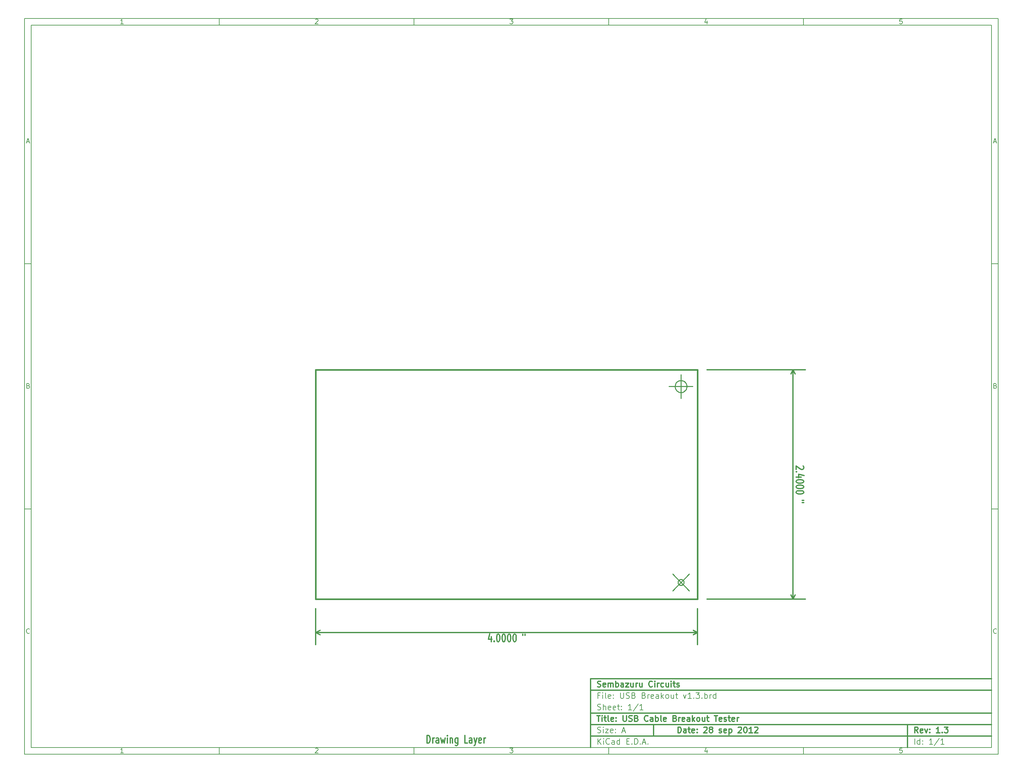
<source format=gbr>
G04 (created by PCBNEW-RS274X (2012-01-19 BZR 3256)-stable) date 28/09/2012 17:59:23*
G01*
G70*
G90*
%MOIN*%
G04 Gerber Fmt 3.4, Leading zero omitted, Abs format*
%FSLAX34Y34*%
G04 APERTURE LIST*
%ADD10C,0.006000*%
%ADD11C,0.012000*%
%ADD12C,0.010000*%
%ADD13C,0.015000*%
G04 APERTURE END LIST*
G54D10*
X-30500Y36750D02*
X71500Y36750D01*
X71500Y-40250D01*
X-30500Y-40250D01*
X-30500Y36750D01*
X-29800Y36050D02*
X70800Y36050D01*
X70800Y-39550D01*
X-29800Y-39550D01*
X-29800Y36050D01*
X-10100Y36750D02*
X-10100Y36050D01*
X-20157Y36198D02*
X-20443Y36198D01*
X-20300Y36198D02*
X-20300Y36698D01*
X-20348Y36626D01*
X-20395Y36579D01*
X-20443Y36555D01*
X-10100Y-40250D02*
X-10100Y-39550D01*
X-20157Y-40102D02*
X-20443Y-40102D01*
X-20300Y-40102D02*
X-20300Y-39602D01*
X-20348Y-39674D01*
X-20395Y-39721D01*
X-20443Y-39745D01*
X10300Y36750D02*
X10300Y36050D01*
X-00043Y36650D02*
X-00019Y36674D01*
X00029Y36698D01*
X00148Y36698D01*
X00195Y36674D01*
X00219Y36650D01*
X00243Y36602D01*
X00243Y36555D01*
X00219Y36483D01*
X-00067Y36198D01*
X00243Y36198D01*
X10300Y-40250D02*
X10300Y-39550D01*
X-00043Y-39650D02*
X-00019Y-39626D01*
X00029Y-39602D01*
X00148Y-39602D01*
X00195Y-39626D01*
X00219Y-39650D01*
X00243Y-39698D01*
X00243Y-39745D01*
X00219Y-39817D01*
X-00067Y-40102D01*
X00243Y-40102D01*
X30700Y36750D02*
X30700Y36050D01*
X20333Y36698D02*
X20643Y36698D01*
X20476Y36507D01*
X20548Y36507D01*
X20595Y36483D01*
X20619Y36460D01*
X20643Y36412D01*
X20643Y36293D01*
X20619Y36245D01*
X20595Y36221D01*
X20548Y36198D01*
X20405Y36198D01*
X20357Y36221D01*
X20333Y36245D01*
X30700Y-40250D02*
X30700Y-39550D01*
X20333Y-39602D02*
X20643Y-39602D01*
X20476Y-39793D01*
X20548Y-39793D01*
X20595Y-39817D01*
X20619Y-39840D01*
X20643Y-39888D01*
X20643Y-40007D01*
X20619Y-40055D01*
X20595Y-40079D01*
X20548Y-40102D01*
X20405Y-40102D01*
X20357Y-40079D01*
X20333Y-40055D01*
X51100Y36750D02*
X51100Y36050D01*
X40995Y36531D02*
X40995Y36198D01*
X40876Y36721D02*
X40757Y36364D01*
X41067Y36364D01*
X51100Y-40250D02*
X51100Y-39550D01*
X40995Y-39769D02*
X40995Y-40102D01*
X40876Y-39579D02*
X40757Y-39936D01*
X41067Y-39936D01*
X61419Y36698D02*
X61181Y36698D01*
X61157Y36460D01*
X61181Y36483D01*
X61229Y36507D01*
X61348Y36507D01*
X61395Y36483D01*
X61419Y36460D01*
X61443Y36412D01*
X61443Y36293D01*
X61419Y36245D01*
X61395Y36221D01*
X61348Y36198D01*
X61229Y36198D01*
X61181Y36221D01*
X61157Y36245D01*
X61419Y-39602D02*
X61181Y-39602D01*
X61157Y-39840D01*
X61181Y-39817D01*
X61229Y-39793D01*
X61348Y-39793D01*
X61395Y-39817D01*
X61419Y-39840D01*
X61443Y-39888D01*
X61443Y-40007D01*
X61419Y-40055D01*
X61395Y-40079D01*
X61348Y-40102D01*
X61229Y-40102D01*
X61181Y-40079D01*
X61157Y-40055D01*
X-30500Y11090D02*
X-29800Y11090D01*
X-30269Y23860D02*
X-30031Y23860D01*
X-30316Y23718D02*
X-30150Y24218D01*
X-29983Y23718D01*
X71500Y11090D02*
X70800Y11090D01*
X71031Y23860D02*
X71269Y23860D01*
X70984Y23718D02*
X71150Y24218D01*
X71317Y23718D01*
X-30500Y-14570D02*
X-29800Y-14570D01*
X-30114Y-01680D02*
X-30043Y-01704D01*
X-30019Y-01728D01*
X-29995Y-01776D01*
X-29995Y-01847D01*
X-30019Y-01895D01*
X-30043Y-01919D01*
X-30090Y-01942D01*
X-30281Y-01942D01*
X-30281Y-01442D01*
X-30114Y-01442D01*
X-30067Y-01466D01*
X-30043Y-01490D01*
X-30019Y-01538D01*
X-30019Y-01585D01*
X-30043Y-01633D01*
X-30067Y-01657D01*
X-30114Y-01680D01*
X-30281Y-01680D01*
X71500Y-14570D02*
X70800Y-14570D01*
X71186Y-01680D02*
X71257Y-01704D01*
X71281Y-01728D01*
X71305Y-01776D01*
X71305Y-01847D01*
X71281Y-01895D01*
X71257Y-01919D01*
X71210Y-01942D01*
X71019Y-01942D01*
X71019Y-01442D01*
X71186Y-01442D01*
X71233Y-01466D01*
X71257Y-01490D01*
X71281Y-01538D01*
X71281Y-01585D01*
X71257Y-01633D01*
X71233Y-01657D01*
X71186Y-01680D01*
X71019Y-01680D01*
X-29995Y-27555D02*
X-30019Y-27579D01*
X-30090Y-27602D01*
X-30138Y-27602D01*
X-30210Y-27579D01*
X-30257Y-27531D01*
X-30281Y-27483D01*
X-30305Y-27388D01*
X-30305Y-27317D01*
X-30281Y-27221D01*
X-30257Y-27174D01*
X-30210Y-27126D01*
X-30138Y-27102D01*
X-30090Y-27102D01*
X-30019Y-27126D01*
X-29995Y-27150D01*
X71305Y-27555D02*
X71281Y-27579D01*
X71210Y-27602D01*
X71162Y-27602D01*
X71090Y-27579D01*
X71043Y-27531D01*
X71019Y-27483D01*
X70995Y-27388D01*
X70995Y-27317D01*
X71019Y-27221D01*
X71043Y-27174D01*
X71090Y-27126D01*
X71162Y-27102D01*
X71210Y-27102D01*
X71281Y-27126D01*
X71305Y-27150D01*
G54D11*
X37943Y-37993D02*
X37943Y-37393D01*
X38086Y-37393D01*
X38171Y-37421D01*
X38229Y-37479D01*
X38257Y-37536D01*
X38286Y-37650D01*
X38286Y-37736D01*
X38257Y-37850D01*
X38229Y-37907D01*
X38171Y-37964D01*
X38086Y-37993D01*
X37943Y-37993D01*
X38800Y-37993D02*
X38800Y-37679D01*
X38771Y-37621D01*
X38714Y-37593D01*
X38600Y-37593D01*
X38543Y-37621D01*
X38800Y-37964D02*
X38743Y-37993D01*
X38600Y-37993D01*
X38543Y-37964D01*
X38514Y-37907D01*
X38514Y-37850D01*
X38543Y-37793D01*
X38600Y-37764D01*
X38743Y-37764D01*
X38800Y-37736D01*
X39000Y-37593D02*
X39229Y-37593D01*
X39086Y-37393D02*
X39086Y-37907D01*
X39114Y-37964D01*
X39172Y-37993D01*
X39229Y-37993D01*
X39657Y-37964D02*
X39600Y-37993D01*
X39486Y-37993D01*
X39429Y-37964D01*
X39400Y-37907D01*
X39400Y-37679D01*
X39429Y-37621D01*
X39486Y-37593D01*
X39600Y-37593D01*
X39657Y-37621D01*
X39686Y-37679D01*
X39686Y-37736D01*
X39400Y-37793D01*
X39943Y-37936D02*
X39971Y-37964D01*
X39943Y-37993D01*
X39914Y-37964D01*
X39943Y-37936D01*
X39943Y-37993D01*
X39943Y-37621D02*
X39971Y-37650D01*
X39943Y-37679D01*
X39914Y-37650D01*
X39943Y-37621D01*
X39943Y-37679D01*
X40657Y-37450D02*
X40686Y-37421D01*
X40743Y-37393D01*
X40886Y-37393D01*
X40943Y-37421D01*
X40972Y-37450D01*
X41000Y-37507D01*
X41000Y-37564D01*
X40972Y-37650D01*
X40629Y-37993D01*
X41000Y-37993D01*
X41343Y-37650D02*
X41285Y-37621D01*
X41257Y-37593D01*
X41228Y-37536D01*
X41228Y-37507D01*
X41257Y-37450D01*
X41285Y-37421D01*
X41343Y-37393D01*
X41457Y-37393D01*
X41514Y-37421D01*
X41543Y-37450D01*
X41571Y-37507D01*
X41571Y-37536D01*
X41543Y-37593D01*
X41514Y-37621D01*
X41457Y-37650D01*
X41343Y-37650D01*
X41285Y-37679D01*
X41257Y-37707D01*
X41228Y-37764D01*
X41228Y-37879D01*
X41257Y-37936D01*
X41285Y-37964D01*
X41343Y-37993D01*
X41457Y-37993D01*
X41514Y-37964D01*
X41543Y-37936D01*
X41571Y-37879D01*
X41571Y-37764D01*
X41543Y-37707D01*
X41514Y-37679D01*
X41457Y-37650D01*
X42256Y-37964D02*
X42313Y-37993D01*
X42428Y-37993D01*
X42485Y-37964D01*
X42513Y-37907D01*
X42513Y-37879D01*
X42485Y-37821D01*
X42428Y-37793D01*
X42342Y-37793D01*
X42285Y-37764D01*
X42256Y-37707D01*
X42256Y-37679D01*
X42285Y-37621D01*
X42342Y-37593D01*
X42428Y-37593D01*
X42485Y-37621D01*
X42999Y-37964D02*
X42942Y-37993D01*
X42828Y-37993D01*
X42771Y-37964D01*
X42742Y-37907D01*
X42742Y-37679D01*
X42771Y-37621D01*
X42828Y-37593D01*
X42942Y-37593D01*
X42999Y-37621D01*
X43028Y-37679D01*
X43028Y-37736D01*
X42742Y-37793D01*
X43285Y-37593D02*
X43285Y-38193D01*
X43285Y-37621D02*
X43342Y-37593D01*
X43456Y-37593D01*
X43513Y-37621D01*
X43542Y-37650D01*
X43571Y-37707D01*
X43571Y-37879D01*
X43542Y-37936D01*
X43513Y-37964D01*
X43456Y-37993D01*
X43342Y-37993D01*
X43285Y-37964D01*
X44256Y-37450D02*
X44285Y-37421D01*
X44342Y-37393D01*
X44485Y-37393D01*
X44542Y-37421D01*
X44571Y-37450D01*
X44599Y-37507D01*
X44599Y-37564D01*
X44571Y-37650D01*
X44228Y-37993D01*
X44599Y-37993D01*
X44970Y-37393D02*
X45027Y-37393D01*
X45084Y-37421D01*
X45113Y-37450D01*
X45142Y-37507D01*
X45170Y-37621D01*
X45170Y-37764D01*
X45142Y-37879D01*
X45113Y-37936D01*
X45084Y-37964D01*
X45027Y-37993D01*
X44970Y-37993D01*
X44913Y-37964D01*
X44884Y-37936D01*
X44856Y-37879D01*
X44827Y-37764D01*
X44827Y-37621D01*
X44856Y-37507D01*
X44884Y-37450D01*
X44913Y-37421D01*
X44970Y-37393D01*
X45741Y-37993D02*
X45398Y-37993D01*
X45570Y-37993D02*
X45570Y-37393D01*
X45513Y-37479D01*
X45455Y-37536D01*
X45398Y-37564D01*
X45969Y-37450D02*
X45998Y-37421D01*
X46055Y-37393D01*
X46198Y-37393D01*
X46255Y-37421D01*
X46284Y-37450D01*
X46312Y-37507D01*
X46312Y-37564D01*
X46284Y-37650D01*
X45941Y-37993D01*
X46312Y-37993D01*
G54D10*
X29543Y-39193D02*
X29543Y-38593D01*
X29886Y-39193D02*
X29629Y-38850D01*
X29886Y-38593D02*
X29543Y-38936D01*
X30143Y-39193D02*
X30143Y-38793D01*
X30143Y-38593D02*
X30114Y-38621D01*
X30143Y-38650D01*
X30171Y-38621D01*
X30143Y-38593D01*
X30143Y-38650D01*
X30772Y-39136D02*
X30743Y-39164D01*
X30657Y-39193D01*
X30600Y-39193D01*
X30515Y-39164D01*
X30457Y-39107D01*
X30429Y-39050D01*
X30400Y-38936D01*
X30400Y-38850D01*
X30429Y-38736D01*
X30457Y-38679D01*
X30515Y-38621D01*
X30600Y-38593D01*
X30657Y-38593D01*
X30743Y-38621D01*
X30772Y-38650D01*
X31286Y-39193D02*
X31286Y-38879D01*
X31257Y-38821D01*
X31200Y-38793D01*
X31086Y-38793D01*
X31029Y-38821D01*
X31286Y-39164D02*
X31229Y-39193D01*
X31086Y-39193D01*
X31029Y-39164D01*
X31000Y-39107D01*
X31000Y-39050D01*
X31029Y-38993D01*
X31086Y-38964D01*
X31229Y-38964D01*
X31286Y-38936D01*
X31829Y-39193D02*
X31829Y-38593D01*
X31829Y-39164D02*
X31772Y-39193D01*
X31658Y-39193D01*
X31600Y-39164D01*
X31572Y-39136D01*
X31543Y-39079D01*
X31543Y-38907D01*
X31572Y-38850D01*
X31600Y-38821D01*
X31658Y-38793D01*
X31772Y-38793D01*
X31829Y-38821D01*
X32572Y-38879D02*
X32772Y-38879D01*
X32858Y-39193D02*
X32572Y-39193D01*
X32572Y-38593D01*
X32858Y-38593D01*
X33115Y-39136D02*
X33143Y-39164D01*
X33115Y-39193D01*
X33086Y-39164D01*
X33115Y-39136D01*
X33115Y-39193D01*
X33401Y-39193D02*
X33401Y-38593D01*
X33544Y-38593D01*
X33629Y-38621D01*
X33687Y-38679D01*
X33715Y-38736D01*
X33744Y-38850D01*
X33744Y-38936D01*
X33715Y-39050D01*
X33687Y-39107D01*
X33629Y-39164D01*
X33544Y-39193D01*
X33401Y-39193D01*
X34001Y-39136D02*
X34029Y-39164D01*
X34001Y-39193D01*
X33972Y-39164D01*
X34001Y-39136D01*
X34001Y-39193D01*
X34258Y-39021D02*
X34544Y-39021D01*
X34201Y-39193D02*
X34401Y-38593D01*
X34601Y-39193D01*
X34801Y-39136D02*
X34829Y-39164D01*
X34801Y-39193D01*
X34772Y-39164D01*
X34801Y-39136D01*
X34801Y-39193D01*
G54D11*
X63086Y-37993D02*
X62886Y-37707D01*
X62743Y-37993D02*
X62743Y-37393D01*
X62971Y-37393D01*
X63029Y-37421D01*
X63057Y-37450D01*
X63086Y-37507D01*
X63086Y-37593D01*
X63057Y-37650D01*
X63029Y-37679D01*
X62971Y-37707D01*
X62743Y-37707D01*
X63571Y-37964D02*
X63514Y-37993D01*
X63400Y-37993D01*
X63343Y-37964D01*
X63314Y-37907D01*
X63314Y-37679D01*
X63343Y-37621D01*
X63400Y-37593D01*
X63514Y-37593D01*
X63571Y-37621D01*
X63600Y-37679D01*
X63600Y-37736D01*
X63314Y-37793D01*
X63800Y-37593D02*
X63943Y-37993D01*
X64085Y-37593D01*
X64314Y-37936D02*
X64342Y-37964D01*
X64314Y-37993D01*
X64285Y-37964D01*
X64314Y-37936D01*
X64314Y-37993D01*
X64314Y-37621D02*
X64342Y-37650D01*
X64314Y-37679D01*
X64285Y-37650D01*
X64314Y-37621D01*
X64314Y-37679D01*
X65371Y-37993D02*
X65028Y-37993D01*
X65200Y-37993D02*
X65200Y-37393D01*
X65143Y-37479D01*
X65085Y-37536D01*
X65028Y-37564D01*
X65628Y-37936D02*
X65656Y-37964D01*
X65628Y-37993D01*
X65599Y-37964D01*
X65628Y-37936D01*
X65628Y-37993D01*
X65857Y-37393D02*
X66228Y-37393D01*
X66028Y-37621D01*
X66114Y-37621D01*
X66171Y-37650D01*
X66200Y-37679D01*
X66228Y-37736D01*
X66228Y-37879D01*
X66200Y-37936D01*
X66171Y-37964D01*
X66114Y-37993D01*
X65942Y-37993D01*
X65885Y-37964D01*
X65857Y-37936D01*
G54D10*
X29514Y-37964D02*
X29600Y-37993D01*
X29743Y-37993D01*
X29800Y-37964D01*
X29829Y-37936D01*
X29857Y-37879D01*
X29857Y-37821D01*
X29829Y-37764D01*
X29800Y-37736D01*
X29743Y-37707D01*
X29629Y-37679D01*
X29571Y-37650D01*
X29543Y-37621D01*
X29514Y-37564D01*
X29514Y-37507D01*
X29543Y-37450D01*
X29571Y-37421D01*
X29629Y-37393D01*
X29771Y-37393D01*
X29857Y-37421D01*
X30114Y-37993D02*
X30114Y-37593D01*
X30114Y-37393D02*
X30085Y-37421D01*
X30114Y-37450D01*
X30142Y-37421D01*
X30114Y-37393D01*
X30114Y-37450D01*
X30343Y-37593D02*
X30657Y-37593D01*
X30343Y-37993D01*
X30657Y-37993D01*
X31114Y-37964D02*
X31057Y-37993D01*
X30943Y-37993D01*
X30886Y-37964D01*
X30857Y-37907D01*
X30857Y-37679D01*
X30886Y-37621D01*
X30943Y-37593D01*
X31057Y-37593D01*
X31114Y-37621D01*
X31143Y-37679D01*
X31143Y-37736D01*
X30857Y-37793D01*
X31400Y-37936D02*
X31428Y-37964D01*
X31400Y-37993D01*
X31371Y-37964D01*
X31400Y-37936D01*
X31400Y-37993D01*
X31400Y-37621D02*
X31428Y-37650D01*
X31400Y-37679D01*
X31371Y-37650D01*
X31400Y-37621D01*
X31400Y-37679D01*
X32114Y-37821D02*
X32400Y-37821D01*
X32057Y-37993D02*
X32257Y-37393D01*
X32457Y-37993D01*
X62743Y-39193D02*
X62743Y-38593D01*
X63286Y-39193D02*
X63286Y-38593D01*
X63286Y-39164D02*
X63229Y-39193D01*
X63115Y-39193D01*
X63057Y-39164D01*
X63029Y-39136D01*
X63000Y-39079D01*
X63000Y-38907D01*
X63029Y-38850D01*
X63057Y-38821D01*
X63115Y-38793D01*
X63229Y-38793D01*
X63286Y-38821D01*
X63572Y-39136D02*
X63600Y-39164D01*
X63572Y-39193D01*
X63543Y-39164D01*
X63572Y-39136D01*
X63572Y-39193D01*
X63572Y-38821D02*
X63600Y-38850D01*
X63572Y-38879D01*
X63543Y-38850D01*
X63572Y-38821D01*
X63572Y-38879D01*
X64629Y-39193D02*
X64286Y-39193D01*
X64458Y-39193D02*
X64458Y-38593D01*
X64401Y-38679D01*
X64343Y-38736D01*
X64286Y-38764D01*
X65314Y-38564D02*
X64800Y-39336D01*
X65829Y-39193D02*
X65486Y-39193D01*
X65658Y-39193D02*
X65658Y-38593D01*
X65601Y-38679D01*
X65543Y-38736D01*
X65486Y-38764D01*
G54D11*
X29457Y-36193D02*
X29800Y-36193D01*
X29629Y-36793D02*
X29629Y-36193D01*
X30000Y-36793D02*
X30000Y-36393D01*
X30000Y-36193D02*
X29971Y-36221D01*
X30000Y-36250D01*
X30028Y-36221D01*
X30000Y-36193D01*
X30000Y-36250D01*
X30200Y-36393D02*
X30429Y-36393D01*
X30286Y-36193D02*
X30286Y-36707D01*
X30314Y-36764D01*
X30372Y-36793D01*
X30429Y-36793D01*
X30715Y-36793D02*
X30657Y-36764D01*
X30629Y-36707D01*
X30629Y-36193D01*
X31171Y-36764D02*
X31114Y-36793D01*
X31000Y-36793D01*
X30943Y-36764D01*
X30914Y-36707D01*
X30914Y-36479D01*
X30943Y-36421D01*
X31000Y-36393D01*
X31114Y-36393D01*
X31171Y-36421D01*
X31200Y-36479D01*
X31200Y-36536D01*
X30914Y-36593D01*
X31457Y-36736D02*
X31485Y-36764D01*
X31457Y-36793D01*
X31428Y-36764D01*
X31457Y-36736D01*
X31457Y-36793D01*
X31457Y-36421D02*
X31485Y-36450D01*
X31457Y-36479D01*
X31428Y-36450D01*
X31457Y-36421D01*
X31457Y-36479D01*
X32200Y-36193D02*
X32200Y-36679D01*
X32228Y-36736D01*
X32257Y-36764D01*
X32314Y-36793D01*
X32428Y-36793D01*
X32486Y-36764D01*
X32514Y-36736D01*
X32543Y-36679D01*
X32543Y-36193D01*
X32800Y-36764D02*
X32886Y-36793D01*
X33029Y-36793D01*
X33086Y-36764D01*
X33115Y-36736D01*
X33143Y-36679D01*
X33143Y-36621D01*
X33115Y-36564D01*
X33086Y-36536D01*
X33029Y-36507D01*
X32915Y-36479D01*
X32857Y-36450D01*
X32829Y-36421D01*
X32800Y-36364D01*
X32800Y-36307D01*
X32829Y-36250D01*
X32857Y-36221D01*
X32915Y-36193D01*
X33057Y-36193D01*
X33143Y-36221D01*
X33600Y-36479D02*
X33686Y-36507D01*
X33714Y-36536D01*
X33743Y-36593D01*
X33743Y-36679D01*
X33714Y-36736D01*
X33686Y-36764D01*
X33628Y-36793D01*
X33400Y-36793D01*
X33400Y-36193D01*
X33600Y-36193D01*
X33657Y-36221D01*
X33686Y-36250D01*
X33714Y-36307D01*
X33714Y-36364D01*
X33686Y-36421D01*
X33657Y-36450D01*
X33600Y-36479D01*
X33400Y-36479D01*
X34800Y-36736D02*
X34771Y-36764D01*
X34685Y-36793D01*
X34628Y-36793D01*
X34543Y-36764D01*
X34485Y-36707D01*
X34457Y-36650D01*
X34428Y-36536D01*
X34428Y-36450D01*
X34457Y-36336D01*
X34485Y-36279D01*
X34543Y-36221D01*
X34628Y-36193D01*
X34685Y-36193D01*
X34771Y-36221D01*
X34800Y-36250D01*
X35314Y-36793D02*
X35314Y-36479D01*
X35285Y-36421D01*
X35228Y-36393D01*
X35114Y-36393D01*
X35057Y-36421D01*
X35314Y-36764D02*
X35257Y-36793D01*
X35114Y-36793D01*
X35057Y-36764D01*
X35028Y-36707D01*
X35028Y-36650D01*
X35057Y-36593D01*
X35114Y-36564D01*
X35257Y-36564D01*
X35314Y-36536D01*
X35600Y-36793D02*
X35600Y-36193D01*
X35600Y-36421D02*
X35657Y-36393D01*
X35771Y-36393D01*
X35828Y-36421D01*
X35857Y-36450D01*
X35886Y-36507D01*
X35886Y-36679D01*
X35857Y-36736D01*
X35828Y-36764D01*
X35771Y-36793D01*
X35657Y-36793D01*
X35600Y-36764D01*
X36229Y-36793D02*
X36171Y-36764D01*
X36143Y-36707D01*
X36143Y-36193D01*
X36685Y-36764D02*
X36628Y-36793D01*
X36514Y-36793D01*
X36457Y-36764D01*
X36428Y-36707D01*
X36428Y-36479D01*
X36457Y-36421D01*
X36514Y-36393D01*
X36628Y-36393D01*
X36685Y-36421D01*
X36714Y-36479D01*
X36714Y-36536D01*
X36428Y-36593D01*
X37628Y-36479D02*
X37714Y-36507D01*
X37742Y-36536D01*
X37771Y-36593D01*
X37771Y-36679D01*
X37742Y-36736D01*
X37714Y-36764D01*
X37656Y-36793D01*
X37428Y-36793D01*
X37428Y-36193D01*
X37628Y-36193D01*
X37685Y-36221D01*
X37714Y-36250D01*
X37742Y-36307D01*
X37742Y-36364D01*
X37714Y-36421D01*
X37685Y-36450D01*
X37628Y-36479D01*
X37428Y-36479D01*
X38028Y-36793D02*
X38028Y-36393D01*
X38028Y-36507D02*
X38056Y-36450D01*
X38085Y-36421D01*
X38142Y-36393D01*
X38199Y-36393D01*
X38627Y-36764D02*
X38570Y-36793D01*
X38456Y-36793D01*
X38399Y-36764D01*
X38370Y-36707D01*
X38370Y-36479D01*
X38399Y-36421D01*
X38456Y-36393D01*
X38570Y-36393D01*
X38627Y-36421D01*
X38656Y-36479D01*
X38656Y-36536D01*
X38370Y-36593D01*
X39170Y-36793D02*
X39170Y-36479D01*
X39141Y-36421D01*
X39084Y-36393D01*
X38970Y-36393D01*
X38913Y-36421D01*
X39170Y-36764D02*
X39113Y-36793D01*
X38970Y-36793D01*
X38913Y-36764D01*
X38884Y-36707D01*
X38884Y-36650D01*
X38913Y-36593D01*
X38970Y-36564D01*
X39113Y-36564D01*
X39170Y-36536D01*
X39456Y-36793D02*
X39456Y-36193D01*
X39513Y-36564D02*
X39684Y-36793D01*
X39684Y-36393D02*
X39456Y-36621D01*
X40028Y-36793D02*
X39970Y-36764D01*
X39942Y-36736D01*
X39913Y-36679D01*
X39913Y-36507D01*
X39942Y-36450D01*
X39970Y-36421D01*
X40028Y-36393D01*
X40113Y-36393D01*
X40170Y-36421D01*
X40199Y-36450D01*
X40228Y-36507D01*
X40228Y-36679D01*
X40199Y-36736D01*
X40170Y-36764D01*
X40113Y-36793D01*
X40028Y-36793D01*
X40742Y-36393D02*
X40742Y-36793D01*
X40485Y-36393D02*
X40485Y-36707D01*
X40513Y-36764D01*
X40571Y-36793D01*
X40656Y-36793D01*
X40713Y-36764D01*
X40742Y-36736D01*
X40942Y-36393D02*
X41171Y-36393D01*
X41028Y-36193D02*
X41028Y-36707D01*
X41056Y-36764D01*
X41114Y-36793D01*
X41171Y-36793D01*
X41742Y-36193D02*
X42085Y-36193D01*
X41914Y-36793D02*
X41914Y-36193D01*
X42513Y-36764D02*
X42456Y-36793D01*
X42342Y-36793D01*
X42285Y-36764D01*
X42256Y-36707D01*
X42256Y-36479D01*
X42285Y-36421D01*
X42342Y-36393D01*
X42456Y-36393D01*
X42513Y-36421D01*
X42542Y-36479D01*
X42542Y-36536D01*
X42256Y-36593D01*
X42770Y-36764D02*
X42827Y-36793D01*
X42942Y-36793D01*
X42999Y-36764D01*
X43027Y-36707D01*
X43027Y-36679D01*
X42999Y-36621D01*
X42942Y-36593D01*
X42856Y-36593D01*
X42799Y-36564D01*
X42770Y-36507D01*
X42770Y-36479D01*
X42799Y-36421D01*
X42856Y-36393D01*
X42942Y-36393D01*
X42999Y-36421D01*
X43199Y-36393D02*
X43428Y-36393D01*
X43285Y-36193D02*
X43285Y-36707D01*
X43313Y-36764D01*
X43371Y-36793D01*
X43428Y-36793D01*
X43856Y-36764D02*
X43799Y-36793D01*
X43685Y-36793D01*
X43628Y-36764D01*
X43599Y-36707D01*
X43599Y-36479D01*
X43628Y-36421D01*
X43685Y-36393D01*
X43799Y-36393D01*
X43856Y-36421D01*
X43885Y-36479D01*
X43885Y-36536D01*
X43599Y-36593D01*
X44142Y-36793D02*
X44142Y-36393D01*
X44142Y-36507D02*
X44170Y-36450D01*
X44199Y-36421D01*
X44256Y-36393D01*
X44313Y-36393D01*
G54D10*
X29743Y-34079D02*
X29543Y-34079D01*
X29543Y-34393D02*
X29543Y-33793D01*
X29829Y-33793D01*
X30057Y-34393D02*
X30057Y-33993D01*
X30057Y-33793D02*
X30028Y-33821D01*
X30057Y-33850D01*
X30085Y-33821D01*
X30057Y-33793D01*
X30057Y-33850D01*
X30429Y-34393D02*
X30371Y-34364D01*
X30343Y-34307D01*
X30343Y-33793D01*
X30885Y-34364D02*
X30828Y-34393D01*
X30714Y-34393D01*
X30657Y-34364D01*
X30628Y-34307D01*
X30628Y-34079D01*
X30657Y-34021D01*
X30714Y-33993D01*
X30828Y-33993D01*
X30885Y-34021D01*
X30914Y-34079D01*
X30914Y-34136D01*
X30628Y-34193D01*
X31171Y-34336D02*
X31199Y-34364D01*
X31171Y-34393D01*
X31142Y-34364D01*
X31171Y-34336D01*
X31171Y-34393D01*
X31171Y-34021D02*
X31199Y-34050D01*
X31171Y-34079D01*
X31142Y-34050D01*
X31171Y-34021D01*
X31171Y-34079D01*
X31914Y-33793D02*
X31914Y-34279D01*
X31942Y-34336D01*
X31971Y-34364D01*
X32028Y-34393D01*
X32142Y-34393D01*
X32200Y-34364D01*
X32228Y-34336D01*
X32257Y-34279D01*
X32257Y-33793D01*
X32514Y-34364D02*
X32600Y-34393D01*
X32743Y-34393D01*
X32800Y-34364D01*
X32829Y-34336D01*
X32857Y-34279D01*
X32857Y-34221D01*
X32829Y-34164D01*
X32800Y-34136D01*
X32743Y-34107D01*
X32629Y-34079D01*
X32571Y-34050D01*
X32543Y-34021D01*
X32514Y-33964D01*
X32514Y-33907D01*
X32543Y-33850D01*
X32571Y-33821D01*
X32629Y-33793D01*
X32771Y-33793D01*
X32857Y-33821D01*
X33314Y-34079D02*
X33400Y-34107D01*
X33428Y-34136D01*
X33457Y-34193D01*
X33457Y-34279D01*
X33428Y-34336D01*
X33400Y-34364D01*
X33342Y-34393D01*
X33114Y-34393D01*
X33114Y-33793D01*
X33314Y-33793D01*
X33371Y-33821D01*
X33400Y-33850D01*
X33428Y-33907D01*
X33428Y-33964D01*
X33400Y-34021D01*
X33371Y-34050D01*
X33314Y-34079D01*
X33114Y-34079D01*
X34371Y-34079D02*
X34457Y-34107D01*
X34485Y-34136D01*
X34514Y-34193D01*
X34514Y-34279D01*
X34485Y-34336D01*
X34457Y-34364D01*
X34399Y-34393D01*
X34171Y-34393D01*
X34171Y-33793D01*
X34371Y-33793D01*
X34428Y-33821D01*
X34457Y-33850D01*
X34485Y-33907D01*
X34485Y-33964D01*
X34457Y-34021D01*
X34428Y-34050D01*
X34371Y-34079D01*
X34171Y-34079D01*
X34771Y-34393D02*
X34771Y-33993D01*
X34771Y-34107D02*
X34799Y-34050D01*
X34828Y-34021D01*
X34885Y-33993D01*
X34942Y-33993D01*
X35370Y-34364D02*
X35313Y-34393D01*
X35199Y-34393D01*
X35142Y-34364D01*
X35113Y-34307D01*
X35113Y-34079D01*
X35142Y-34021D01*
X35199Y-33993D01*
X35313Y-33993D01*
X35370Y-34021D01*
X35399Y-34079D01*
X35399Y-34136D01*
X35113Y-34193D01*
X35913Y-34393D02*
X35913Y-34079D01*
X35884Y-34021D01*
X35827Y-33993D01*
X35713Y-33993D01*
X35656Y-34021D01*
X35913Y-34364D02*
X35856Y-34393D01*
X35713Y-34393D01*
X35656Y-34364D01*
X35627Y-34307D01*
X35627Y-34250D01*
X35656Y-34193D01*
X35713Y-34164D01*
X35856Y-34164D01*
X35913Y-34136D01*
X36199Y-34393D02*
X36199Y-33793D01*
X36256Y-34164D02*
X36427Y-34393D01*
X36427Y-33993D02*
X36199Y-34221D01*
X36771Y-34393D02*
X36713Y-34364D01*
X36685Y-34336D01*
X36656Y-34279D01*
X36656Y-34107D01*
X36685Y-34050D01*
X36713Y-34021D01*
X36771Y-33993D01*
X36856Y-33993D01*
X36913Y-34021D01*
X36942Y-34050D01*
X36971Y-34107D01*
X36971Y-34279D01*
X36942Y-34336D01*
X36913Y-34364D01*
X36856Y-34393D01*
X36771Y-34393D01*
X37485Y-33993D02*
X37485Y-34393D01*
X37228Y-33993D02*
X37228Y-34307D01*
X37256Y-34364D01*
X37314Y-34393D01*
X37399Y-34393D01*
X37456Y-34364D01*
X37485Y-34336D01*
X37685Y-33993D02*
X37914Y-33993D01*
X37771Y-33793D02*
X37771Y-34307D01*
X37799Y-34364D01*
X37857Y-34393D01*
X37914Y-34393D01*
X38514Y-33993D02*
X38657Y-34393D01*
X38799Y-33993D01*
X39342Y-34393D02*
X38999Y-34393D01*
X39171Y-34393D02*
X39171Y-33793D01*
X39114Y-33879D01*
X39056Y-33936D01*
X38999Y-33964D01*
X39599Y-34336D02*
X39627Y-34364D01*
X39599Y-34393D01*
X39570Y-34364D01*
X39599Y-34336D01*
X39599Y-34393D01*
X39828Y-33793D02*
X40199Y-33793D01*
X39999Y-34021D01*
X40085Y-34021D01*
X40142Y-34050D01*
X40171Y-34079D01*
X40199Y-34136D01*
X40199Y-34279D01*
X40171Y-34336D01*
X40142Y-34364D01*
X40085Y-34393D01*
X39913Y-34393D01*
X39856Y-34364D01*
X39828Y-34336D01*
X40456Y-34336D02*
X40484Y-34364D01*
X40456Y-34393D01*
X40427Y-34364D01*
X40456Y-34336D01*
X40456Y-34393D01*
X40742Y-34393D02*
X40742Y-33793D01*
X40742Y-34021D02*
X40799Y-33993D01*
X40913Y-33993D01*
X40970Y-34021D01*
X40999Y-34050D01*
X41028Y-34107D01*
X41028Y-34279D01*
X40999Y-34336D01*
X40970Y-34364D01*
X40913Y-34393D01*
X40799Y-34393D01*
X40742Y-34364D01*
X41285Y-34393D02*
X41285Y-33993D01*
X41285Y-34107D02*
X41313Y-34050D01*
X41342Y-34021D01*
X41399Y-33993D01*
X41456Y-33993D01*
X41913Y-34393D02*
X41913Y-33793D01*
X41913Y-34364D02*
X41856Y-34393D01*
X41742Y-34393D01*
X41684Y-34364D01*
X41656Y-34336D01*
X41627Y-34279D01*
X41627Y-34107D01*
X41656Y-34050D01*
X41684Y-34021D01*
X41742Y-33993D01*
X41856Y-33993D01*
X41913Y-34021D01*
X29514Y-35564D02*
X29600Y-35593D01*
X29743Y-35593D01*
X29800Y-35564D01*
X29829Y-35536D01*
X29857Y-35479D01*
X29857Y-35421D01*
X29829Y-35364D01*
X29800Y-35336D01*
X29743Y-35307D01*
X29629Y-35279D01*
X29571Y-35250D01*
X29543Y-35221D01*
X29514Y-35164D01*
X29514Y-35107D01*
X29543Y-35050D01*
X29571Y-35021D01*
X29629Y-34993D01*
X29771Y-34993D01*
X29857Y-35021D01*
X30114Y-35593D02*
X30114Y-34993D01*
X30371Y-35593D02*
X30371Y-35279D01*
X30342Y-35221D01*
X30285Y-35193D01*
X30200Y-35193D01*
X30142Y-35221D01*
X30114Y-35250D01*
X30885Y-35564D02*
X30828Y-35593D01*
X30714Y-35593D01*
X30657Y-35564D01*
X30628Y-35507D01*
X30628Y-35279D01*
X30657Y-35221D01*
X30714Y-35193D01*
X30828Y-35193D01*
X30885Y-35221D01*
X30914Y-35279D01*
X30914Y-35336D01*
X30628Y-35393D01*
X31399Y-35564D02*
X31342Y-35593D01*
X31228Y-35593D01*
X31171Y-35564D01*
X31142Y-35507D01*
X31142Y-35279D01*
X31171Y-35221D01*
X31228Y-35193D01*
X31342Y-35193D01*
X31399Y-35221D01*
X31428Y-35279D01*
X31428Y-35336D01*
X31142Y-35393D01*
X31599Y-35193D02*
X31828Y-35193D01*
X31685Y-34993D02*
X31685Y-35507D01*
X31713Y-35564D01*
X31771Y-35593D01*
X31828Y-35593D01*
X32028Y-35536D02*
X32056Y-35564D01*
X32028Y-35593D01*
X31999Y-35564D01*
X32028Y-35536D01*
X32028Y-35593D01*
X32028Y-35221D02*
X32056Y-35250D01*
X32028Y-35279D01*
X31999Y-35250D01*
X32028Y-35221D01*
X32028Y-35279D01*
X33085Y-35593D02*
X32742Y-35593D01*
X32914Y-35593D02*
X32914Y-34993D01*
X32857Y-35079D01*
X32799Y-35136D01*
X32742Y-35164D01*
X33770Y-34964D02*
X33256Y-35736D01*
X34285Y-35593D02*
X33942Y-35593D01*
X34114Y-35593D02*
X34114Y-34993D01*
X34057Y-35079D01*
X33999Y-35136D01*
X33942Y-35164D01*
G54D11*
X29514Y-33164D02*
X29600Y-33193D01*
X29743Y-33193D01*
X29800Y-33164D01*
X29829Y-33136D01*
X29857Y-33079D01*
X29857Y-33021D01*
X29829Y-32964D01*
X29800Y-32936D01*
X29743Y-32907D01*
X29629Y-32879D01*
X29571Y-32850D01*
X29543Y-32821D01*
X29514Y-32764D01*
X29514Y-32707D01*
X29543Y-32650D01*
X29571Y-32621D01*
X29629Y-32593D01*
X29771Y-32593D01*
X29857Y-32621D01*
X30342Y-33164D02*
X30285Y-33193D01*
X30171Y-33193D01*
X30114Y-33164D01*
X30085Y-33107D01*
X30085Y-32879D01*
X30114Y-32821D01*
X30171Y-32793D01*
X30285Y-32793D01*
X30342Y-32821D01*
X30371Y-32879D01*
X30371Y-32936D01*
X30085Y-32993D01*
X30628Y-33193D02*
X30628Y-32793D01*
X30628Y-32850D02*
X30656Y-32821D01*
X30714Y-32793D01*
X30799Y-32793D01*
X30856Y-32821D01*
X30885Y-32879D01*
X30885Y-33193D01*
X30885Y-32879D02*
X30914Y-32821D01*
X30971Y-32793D01*
X31056Y-32793D01*
X31114Y-32821D01*
X31142Y-32879D01*
X31142Y-33193D01*
X31428Y-33193D02*
X31428Y-32593D01*
X31428Y-32821D02*
X31485Y-32793D01*
X31599Y-32793D01*
X31656Y-32821D01*
X31685Y-32850D01*
X31714Y-32907D01*
X31714Y-33079D01*
X31685Y-33136D01*
X31656Y-33164D01*
X31599Y-33193D01*
X31485Y-33193D01*
X31428Y-33164D01*
X32228Y-33193D02*
X32228Y-32879D01*
X32199Y-32821D01*
X32142Y-32793D01*
X32028Y-32793D01*
X31971Y-32821D01*
X32228Y-33164D02*
X32171Y-33193D01*
X32028Y-33193D01*
X31971Y-33164D01*
X31942Y-33107D01*
X31942Y-33050D01*
X31971Y-32993D01*
X32028Y-32964D01*
X32171Y-32964D01*
X32228Y-32936D01*
X32457Y-32793D02*
X32771Y-32793D01*
X32457Y-33193D01*
X32771Y-33193D01*
X33257Y-32793D02*
X33257Y-33193D01*
X33000Y-32793D02*
X33000Y-33107D01*
X33028Y-33164D01*
X33086Y-33193D01*
X33171Y-33193D01*
X33228Y-33164D01*
X33257Y-33136D01*
X33543Y-33193D02*
X33543Y-32793D01*
X33543Y-32907D02*
X33571Y-32850D01*
X33600Y-32821D01*
X33657Y-32793D01*
X33714Y-32793D01*
X34171Y-32793D02*
X34171Y-33193D01*
X33914Y-32793D02*
X33914Y-33107D01*
X33942Y-33164D01*
X34000Y-33193D01*
X34085Y-33193D01*
X34142Y-33164D01*
X34171Y-33136D01*
X35257Y-33136D02*
X35228Y-33164D01*
X35142Y-33193D01*
X35085Y-33193D01*
X35000Y-33164D01*
X34942Y-33107D01*
X34914Y-33050D01*
X34885Y-32936D01*
X34885Y-32850D01*
X34914Y-32736D01*
X34942Y-32679D01*
X35000Y-32621D01*
X35085Y-32593D01*
X35142Y-32593D01*
X35228Y-32621D01*
X35257Y-32650D01*
X35514Y-33193D02*
X35514Y-32793D01*
X35514Y-32593D02*
X35485Y-32621D01*
X35514Y-32650D01*
X35542Y-32621D01*
X35514Y-32593D01*
X35514Y-32650D01*
X35800Y-33193D02*
X35800Y-32793D01*
X35800Y-32907D02*
X35828Y-32850D01*
X35857Y-32821D01*
X35914Y-32793D01*
X35971Y-32793D01*
X36428Y-33164D02*
X36371Y-33193D01*
X36257Y-33193D01*
X36199Y-33164D01*
X36171Y-33136D01*
X36142Y-33079D01*
X36142Y-32907D01*
X36171Y-32850D01*
X36199Y-32821D01*
X36257Y-32793D01*
X36371Y-32793D01*
X36428Y-32821D01*
X36942Y-32793D02*
X36942Y-33193D01*
X36685Y-32793D02*
X36685Y-33107D01*
X36713Y-33164D01*
X36771Y-33193D01*
X36856Y-33193D01*
X36913Y-33164D01*
X36942Y-33136D01*
X37228Y-33193D02*
X37228Y-32793D01*
X37228Y-32593D02*
X37199Y-32621D01*
X37228Y-32650D01*
X37256Y-32621D01*
X37228Y-32593D01*
X37228Y-32650D01*
X37428Y-32793D02*
X37657Y-32793D01*
X37514Y-32593D02*
X37514Y-33107D01*
X37542Y-33164D01*
X37600Y-33193D01*
X37657Y-33193D01*
X37828Y-33164D02*
X37885Y-33193D01*
X38000Y-33193D01*
X38057Y-33164D01*
X38085Y-33107D01*
X38085Y-33079D01*
X38057Y-33021D01*
X38000Y-32993D01*
X37914Y-32993D01*
X37857Y-32964D01*
X37828Y-32907D01*
X37828Y-32879D01*
X37857Y-32821D01*
X37914Y-32793D01*
X38000Y-32793D01*
X38057Y-32821D01*
X28800Y-32350D02*
X28800Y-39550D01*
X28800Y-33550D02*
X70800Y-33550D01*
X28800Y-32350D02*
X70800Y-32350D01*
X28800Y-35950D02*
X70800Y-35950D01*
X62000Y-37150D02*
X62000Y-39550D01*
X28800Y-38350D02*
X70800Y-38350D01*
X28800Y-37150D02*
X70800Y-37150D01*
X35400Y-37150D02*
X35400Y-38350D01*
X11643Y-39074D02*
X11643Y-38274D01*
X11786Y-38274D01*
X11871Y-38312D01*
X11929Y-38388D01*
X11957Y-38464D01*
X11986Y-38617D01*
X11986Y-38731D01*
X11957Y-38883D01*
X11929Y-38960D01*
X11871Y-39036D01*
X11786Y-39074D01*
X11643Y-39074D01*
X12243Y-39074D02*
X12243Y-38540D01*
X12243Y-38693D02*
X12271Y-38617D01*
X12300Y-38579D01*
X12357Y-38540D01*
X12414Y-38540D01*
X12871Y-39074D02*
X12871Y-38655D01*
X12842Y-38579D01*
X12785Y-38540D01*
X12671Y-38540D01*
X12614Y-38579D01*
X12871Y-39036D02*
X12814Y-39074D01*
X12671Y-39074D01*
X12614Y-39036D01*
X12585Y-38960D01*
X12585Y-38883D01*
X12614Y-38807D01*
X12671Y-38769D01*
X12814Y-38769D01*
X12871Y-38731D01*
X13100Y-38540D02*
X13214Y-39074D01*
X13328Y-38693D01*
X13443Y-39074D01*
X13557Y-38540D01*
X13786Y-39074D02*
X13786Y-38540D01*
X13786Y-38274D02*
X13757Y-38312D01*
X13786Y-38350D01*
X13814Y-38312D01*
X13786Y-38274D01*
X13786Y-38350D01*
X14072Y-38540D02*
X14072Y-39074D01*
X14072Y-38617D02*
X14100Y-38579D01*
X14158Y-38540D01*
X14243Y-38540D01*
X14300Y-38579D01*
X14329Y-38655D01*
X14329Y-39074D01*
X14872Y-38540D02*
X14872Y-39188D01*
X14843Y-39264D01*
X14815Y-39302D01*
X14758Y-39340D01*
X14672Y-39340D01*
X14615Y-39302D01*
X14872Y-39036D02*
X14815Y-39074D01*
X14701Y-39074D01*
X14643Y-39036D01*
X14615Y-38998D01*
X14586Y-38921D01*
X14586Y-38693D01*
X14615Y-38617D01*
X14643Y-38579D01*
X14701Y-38540D01*
X14815Y-38540D01*
X14872Y-38579D01*
X15901Y-39074D02*
X15615Y-39074D01*
X15615Y-38274D01*
X16358Y-39074D02*
X16358Y-38655D01*
X16329Y-38579D01*
X16272Y-38540D01*
X16158Y-38540D01*
X16101Y-38579D01*
X16358Y-39036D02*
X16301Y-39074D01*
X16158Y-39074D01*
X16101Y-39036D01*
X16072Y-38960D01*
X16072Y-38883D01*
X16101Y-38807D01*
X16158Y-38769D01*
X16301Y-38769D01*
X16358Y-38731D01*
X16587Y-38540D02*
X16730Y-39074D01*
X16872Y-38540D02*
X16730Y-39074D01*
X16672Y-39264D01*
X16644Y-39302D01*
X16587Y-39340D01*
X17329Y-39036D02*
X17272Y-39074D01*
X17158Y-39074D01*
X17101Y-39036D01*
X17072Y-38960D01*
X17072Y-38655D01*
X17101Y-38579D01*
X17158Y-38540D01*
X17272Y-38540D01*
X17329Y-38579D01*
X17358Y-38655D01*
X17358Y-38731D01*
X17072Y-38807D01*
X17615Y-39074D02*
X17615Y-38540D01*
X17615Y-38693D02*
X17643Y-38617D01*
X17672Y-38579D01*
X17729Y-38540D01*
X17786Y-38540D01*
G54D12*
X38562Y-22250D02*
X38556Y-22310D01*
X38538Y-22368D01*
X38509Y-22422D01*
X38471Y-22469D01*
X38424Y-22508D01*
X38370Y-22537D01*
X38312Y-22555D01*
X38252Y-22561D01*
X38192Y-22556D01*
X38134Y-22539D01*
X38080Y-22511D01*
X38032Y-22472D01*
X37993Y-22426D01*
X37964Y-22372D01*
X37945Y-22314D01*
X37939Y-22254D01*
X37944Y-22194D01*
X37960Y-22136D01*
X37988Y-22081D01*
X38026Y-22034D01*
X38072Y-21994D01*
X38126Y-21965D01*
X38184Y-21946D01*
X38244Y-21939D01*
X38304Y-21943D01*
X38362Y-21960D01*
X38417Y-21987D01*
X38465Y-22025D01*
X38504Y-22071D01*
X38535Y-22124D01*
X38554Y-22181D01*
X38561Y-22242D01*
X38562Y-22250D01*
X37375Y-21375D02*
X39125Y-23125D01*
X37375Y-23125D02*
X39125Y-21375D01*
X38875Y-01750D02*
X38863Y-01871D01*
X38827Y-01988D01*
X38770Y-02095D01*
X38693Y-02190D01*
X38599Y-02268D01*
X38492Y-02326D01*
X38375Y-02362D01*
X38254Y-02374D01*
X38133Y-02363D01*
X38016Y-02329D01*
X37908Y-02272D01*
X37813Y-02196D01*
X37735Y-02103D01*
X37676Y-01996D01*
X37639Y-01879D01*
X37626Y-01758D01*
X37636Y-01638D01*
X37669Y-01520D01*
X37725Y-01412D01*
X37801Y-01316D01*
X37894Y-01237D01*
X38000Y-01178D01*
X38116Y-01140D01*
X38237Y-01126D01*
X38358Y-01135D01*
X38476Y-01168D01*
X38584Y-01223D01*
X38681Y-01298D01*
X38760Y-01390D01*
X38820Y-01496D01*
X38859Y-01612D01*
X38874Y-01733D01*
X38875Y-01750D01*
X37000Y-01750D02*
X39500Y-01750D01*
X38250Y-00500D02*
X38250Y-03000D01*
G54D11*
X51039Y-10087D02*
X51077Y-10116D01*
X51115Y-10173D01*
X51115Y-10316D01*
X51077Y-10373D01*
X51039Y-10402D01*
X50963Y-10430D01*
X50887Y-10430D01*
X50772Y-10402D01*
X50315Y-10059D01*
X50315Y-10430D01*
X50391Y-10687D02*
X50353Y-10715D01*
X50315Y-10687D01*
X50353Y-10658D01*
X50391Y-10687D01*
X50315Y-10687D01*
X50849Y-11230D02*
X50315Y-11230D01*
X51153Y-11087D02*
X50582Y-10944D01*
X50582Y-11316D01*
X51115Y-11658D02*
X51115Y-11715D01*
X51077Y-11772D01*
X51039Y-11801D01*
X50963Y-11830D01*
X50810Y-11858D01*
X50620Y-11858D01*
X50468Y-11830D01*
X50391Y-11801D01*
X50353Y-11772D01*
X50315Y-11715D01*
X50315Y-11658D01*
X50353Y-11601D01*
X50391Y-11572D01*
X50468Y-11544D01*
X50620Y-11515D01*
X50810Y-11515D01*
X50963Y-11544D01*
X51039Y-11572D01*
X51077Y-11601D01*
X51115Y-11658D01*
X51115Y-12229D02*
X51115Y-12286D01*
X51077Y-12343D01*
X51039Y-12372D01*
X50963Y-12401D01*
X50810Y-12429D01*
X50620Y-12429D01*
X50468Y-12401D01*
X50391Y-12372D01*
X50353Y-12343D01*
X50315Y-12286D01*
X50315Y-12229D01*
X50353Y-12172D01*
X50391Y-12143D01*
X50468Y-12115D01*
X50620Y-12086D01*
X50810Y-12086D01*
X50963Y-12115D01*
X51039Y-12143D01*
X51077Y-12172D01*
X51115Y-12229D01*
X51115Y-12800D02*
X51115Y-12857D01*
X51077Y-12914D01*
X51039Y-12943D01*
X50963Y-12972D01*
X50810Y-13000D01*
X50620Y-13000D01*
X50468Y-12972D01*
X50391Y-12943D01*
X50353Y-12914D01*
X50315Y-12857D01*
X50315Y-12800D01*
X50353Y-12743D01*
X50391Y-12714D01*
X50468Y-12686D01*
X50620Y-12657D01*
X50810Y-12657D01*
X50963Y-12686D01*
X51039Y-12714D01*
X51077Y-12743D01*
X51115Y-12800D01*
X51115Y-13685D02*
X50963Y-13685D01*
X51115Y-13914D02*
X50963Y-13914D01*
X49999Y00000D02*
X49999Y-24000D01*
X41000Y00000D02*
X51279Y00000D01*
X41000Y-24000D02*
X51279Y-24000D01*
X49999Y-24000D02*
X49769Y-23557D01*
X49999Y-24000D02*
X50229Y-23557D01*
X49999Y00000D02*
X49769Y-00443D01*
X49999Y00000D02*
X50229Y-00443D01*
G54D13*
X40000Y-24000D02*
X00000Y-24000D01*
X00000Y00000D02*
X40000Y00000D01*
G54D11*
X18373Y-27930D02*
X18373Y-28464D01*
X18230Y-27626D02*
X18087Y-28197D01*
X18459Y-28197D01*
X18687Y-28388D02*
X18715Y-28426D01*
X18687Y-28464D01*
X18658Y-28426D01*
X18687Y-28388D01*
X18687Y-28464D01*
X19087Y-27664D02*
X19144Y-27664D01*
X19201Y-27702D01*
X19230Y-27740D01*
X19259Y-27816D01*
X19287Y-27969D01*
X19287Y-28159D01*
X19259Y-28311D01*
X19230Y-28388D01*
X19201Y-28426D01*
X19144Y-28464D01*
X19087Y-28464D01*
X19030Y-28426D01*
X19001Y-28388D01*
X18973Y-28311D01*
X18944Y-28159D01*
X18944Y-27969D01*
X18973Y-27816D01*
X19001Y-27740D01*
X19030Y-27702D01*
X19087Y-27664D01*
X19658Y-27664D02*
X19715Y-27664D01*
X19772Y-27702D01*
X19801Y-27740D01*
X19830Y-27816D01*
X19858Y-27969D01*
X19858Y-28159D01*
X19830Y-28311D01*
X19801Y-28388D01*
X19772Y-28426D01*
X19715Y-28464D01*
X19658Y-28464D01*
X19601Y-28426D01*
X19572Y-28388D01*
X19544Y-28311D01*
X19515Y-28159D01*
X19515Y-27969D01*
X19544Y-27816D01*
X19572Y-27740D01*
X19601Y-27702D01*
X19658Y-27664D01*
X20229Y-27664D02*
X20286Y-27664D01*
X20343Y-27702D01*
X20372Y-27740D01*
X20401Y-27816D01*
X20429Y-27969D01*
X20429Y-28159D01*
X20401Y-28311D01*
X20372Y-28388D01*
X20343Y-28426D01*
X20286Y-28464D01*
X20229Y-28464D01*
X20172Y-28426D01*
X20143Y-28388D01*
X20115Y-28311D01*
X20086Y-28159D01*
X20086Y-27969D01*
X20115Y-27816D01*
X20143Y-27740D01*
X20172Y-27702D01*
X20229Y-27664D01*
X20800Y-27664D02*
X20857Y-27664D01*
X20914Y-27702D01*
X20943Y-27740D01*
X20972Y-27816D01*
X21000Y-27969D01*
X21000Y-28159D01*
X20972Y-28311D01*
X20943Y-28388D01*
X20914Y-28426D01*
X20857Y-28464D01*
X20800Y-28464D01*
X20743Y-28426D01*
X20714Y-28388D01*
X20686Y-28311D01*
X20657Y-28159D01*
X20657Y-27969D01*
X20686Y-27816D01*
X20714Y-27740D01*
X20743Y-27702D01*
X20800Y-27664D01*
X21685Y-27664D02*
X21685Y-27816D01*
X21914Y-27664D02*
X21914Y-27816D01*
X00000Y-27500D02*
X40000Y-27500D01*
X00000Y-25000D02*
X00000Y-28780D01*
X40000Y-25000D02*
X40000Y-28780D01*
X40000Y-27500D02*
X39557Y-27730D01*
X40000Y-27500D02*
X39557Y-27270D01*
X00000Y-27500D02*
X00443Y-27730D01*
X00000Y-27500D02*
X00443Y-27270D01*
G54D13*
X00000Y-24000D02*
X00000Y00000D01*
X40000Y00000D02*
X40000Y-24000D01*
M02*

</source>
